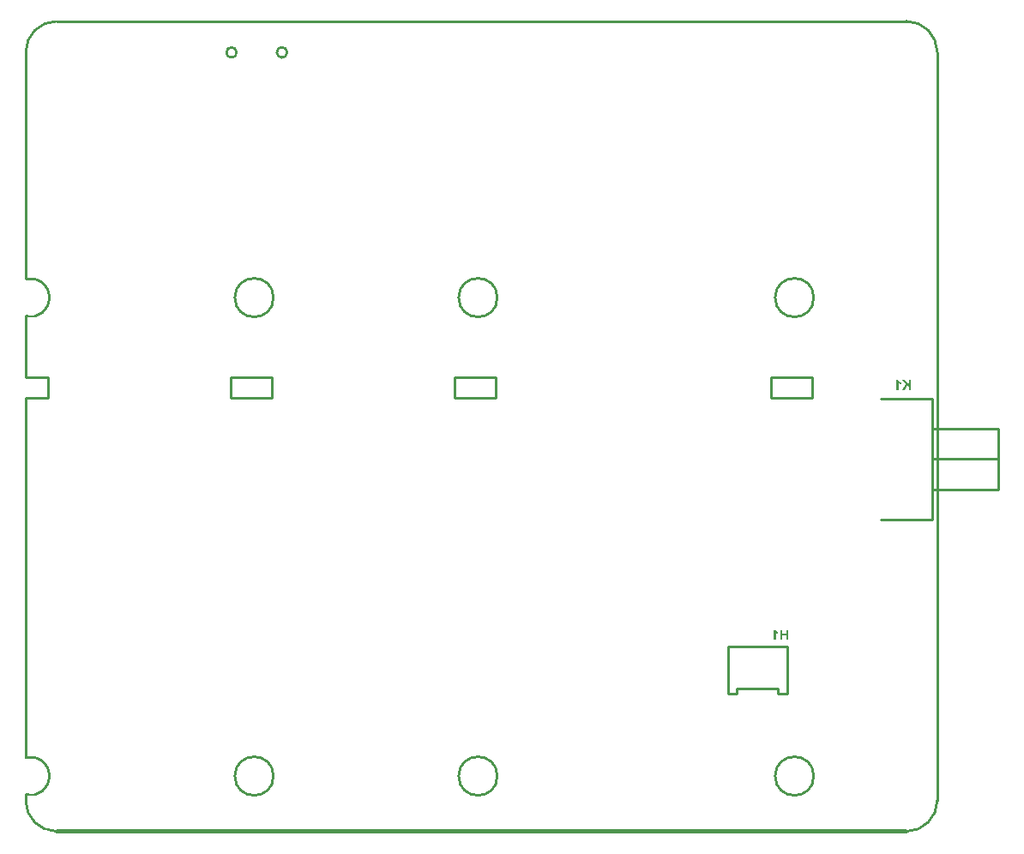
<source format=gbo>
G04*
G04 #@! TF.GenerationSoftware,Altium Limited,Altium Designer,20.2.6 (244)*
G04*
G04 Layer_Color=32896*
%FSLAX24Y24*%
%MOIN*%
G70*
G04*
G04 #@! TF.SameCoordinates,2017631A-D77C-4579-BA5B-B5A4186395AE*
G04*
G04*
G04 #@! TF.FilePolarity,Positive*
G04*
G01*
G75*
%ADD11C,0.0100*%
%ADD17C,0.0080*%
G36*
X68233Y35486D02*
X68236Y35480D01*
X68243Y35468D01*
X68251Y35458D01*
X68259Y35449D01*
X68262Y35444D01*
X68266Y35441D01*
X68269Y35438D01*
X68272Y35435D01*
X68274Y35433D01*
X68275Y35432D01*
X68277Y35431D01*
X68277Y35431D01*
X68289Y35421D01*
X68301Y35414D01*
X68311Y35408D01*
X68321Y35403D01*
X68325Y35401D01*
X68329Y35399D01*
X68331Y35398D01*
X68334Y35397D01*
X68336Y35396D01*
X68338Y35396D01*
X68339Y35395D01*
X68339D01*
Y35328D01*
X68329Y35332D01*
X68320Y35336D01*
X68310Y35340D01*
X68301Y35345D01*
X68293Y35349D01*
X68285Y35354D01*
X68278Y35358D01*
X68272Y35363D01*
X68265Y35367D01*
X68260Y35371D01*
X68255Y35375D01*
X68252Y35378D01*
X68249Y35380D01*
X68246Y35382D01*
X68245Y35384D01*
X68245Y35384D01*
Y35107D01*
X68171D01*
Y35493D01*
X68231D01*
X68233Y35486D01*
D02*
G37*
G36*
X68729Y35107D02*
X68652D01*
Y35223D01*
X68589Y35288D01*
X68483Y35107D01*
X68383D01*
X68536Y35342D01*
X68391Y35491D01*
X68495D01*
X68652Y35321D01*
Y35491D01*
X68729D01*
Y35107D01*
D02*
G37*
G36*
X63960Y25400D02*
X63883D01*
Y25568D01*
X63730D01*
Y25400D01*
X63653D01*
Y25784D01*
X63730D01*
Y25633D01*
X63883D01*
Y25784D01*
X63960D01*
Y25400D01*
D02*
G37*
G36*
X63463Y25779D02*
X63466Y25772D01*
X63473Y25761D01*
X63481Y25750D01*
X63489Y25741D01*
X63492Y25737D01*
X63496Y25734D01*
X63499Y25730D01*
X63502Y25728D01*
X63504Y25726D01*
X63505Y25724D01*
X63507Y25724D01*
X63507Y25723D01*
X63519Y25714D01*
X63531Y25707D01*
X63541Y25700D01*
X63551Y25696D01*
X63555Y25694D01*
X63559Y25692D01*
X63561Y25691D01*
X63564Y25690D01*
X63566Y25689D01*
X63568Y25688D01*
X63569Y25688D01*
X63569D01*
Y25621D01*
X63559Y25625D01*
X63550Y25628D01*
X63540Y25633D01*
X63532Y25637D01*
X63523Y25642D01*
X63515Y25646D01*
X63508Y25651D01*
X63502Y25655D01*
X63495Y25660D01*
X63490Y25664D01*
X63485Y25667D01*
X63482Y25670D01*
X63479Y25673D01*
X63476Y25675D01*
X63475Y25676D01*
X63475Y25677D01*
Y25400D01*
X63401D01*
Y25785D01*
X63461D01*
X63463Y25779D01*
D02*
G37*
D11*
X69560Y32419D02*
X72120D01*
Y31238D02*
Y33600D01*
X69560D02*
X72120D01*
X69560Y31238D02*
X72120D01*
X69560Y30057D02*
Y34781D01*
X67560Y30057D02*
X69560D01*
X67560Y34781D02*
X69560D01*
X63556Y23300D02*
Y23500D01*
X61959D02*
X63556D01*
X61959Y23300D02*
Y23500D01*
X63556Y23300D02*
X63906D01*
Y25150D01*
X61606D02*
X63906D01*
X61606Y23300D02*
Y25150D01*
Y23300D02*
X61959D01*
X42520Y48230D02*
G03*
X42520Y48230I-200J0D01*
G01*
X44480D02*
G03*
X44480Y48230I-200J0D01*
G01*
X69750Y48250D02*
G03*
X68550Y49442I-1196J-4D01*
G01*
X35520D02*
G03*
X34320Y48242I0J-1200D01*
G01*
X68550Y17950D02*
G03*
X69750Y19150I0J1200D01*
G01*
X34320Y19142D02*
G03*
X35520Y17950I1196J4D01*
G01*
X34320Y19372D02*
G03*
X34319Y20828I180J728D01*
G01*
X34324Y37971D02*
G03*
X34325Y39429I176J729D01*
G01*
X64950Y20100D02*
G03*
X64950Y20100I-750J0D01*
G01*
X64950Y38700D02*
G03*
X64950Y38700I-750J0D01*
G01*
X43950Y38700D02*
G03*
X43950Y38700I-750J0D01*
G01*
Y20100D02*
G03*
X43950Y20100I-750J0D01*
G01*
X52650Y38700D02*
G03*
X52650Y38700I-750J0D01*
G01*
X52650Y20100D02*
G03*
X52650Y20100I-750J0D01*
G01*
X34320Y39434D02*
Y48242D01*
X35520Y49442D02*
X68550D01*
X69750Y19150D02*
Y48250D01*
X35520Y17950D02*
X68550D01*
X34320Y19142D02*
Y19372D01*
X34319Y35600D02*
Y37971D01*
Y35600D02*
X35200D01*
X34319Y34800D02*
X34319Y20828D01*
X63300Y34800D02*
Y35600D01*
X64900Y34800D02*
Y35600D01*
X63300D02*
X64900D01*
X63300Y34800D02*
X64900D01*
X51000D02*
X52600D01*
X51000Y35600D02*
X52600D01*
Y34800D02*
Y35600D01*
X51000Y34800D02*
Y35600D01*
X42300Y34800D02*
X43900D01*
X42300Y35600D02*
X43900D01*
Y34800D02*
Y35600D01*
X42300Y34800D02*
Y35600D01*
X35200Y34800D02*
Y35600D01*
X34319Y34800D02*
X35200D01*
D17*
X68550Y17900D02*
G03*
X68600Y17950I0J50D01*
G01*
D02*
G03*
X68550Y18000I-50J0D01*
G01*
X35520D02*
G03*
X35520Y17900I0J-50D01*
G01*
X68550D01*
X35520Y18000D02*
X68550D01*
M02*

</source>
